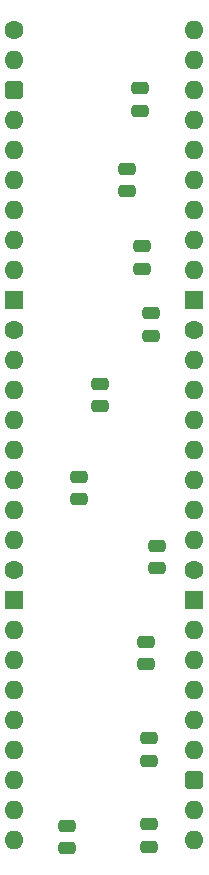
<source format=gbr>
%TF.GenerationSoftware,KiCad,Pcbnew,7.0.5*%
%TF.CreationDate,2024-01-10T17:52:14+02:00*%
%TF.ProjectId,HCP65 MPU Address Decode,48435036-3520-44d5-9055-204164647265,rev?*%
%TF.SameCoordinates,Original*%
%TF.FileFunction,Soldermask,Bot*%
%TF.FilePolarity,Negative*%
%FSLAX46Y46*%
G04 Gerber Fmt 4.6, Leading zero omitted, Abs format (unit mm)*
G04 Created by KiCad (PCBNEW 7.0.5) date 2024-01-10 17:52:14*
%MOMM*%
%LPD*%
G01*
G04 APERTURE LIST*
G04 Aperture macros list*
%AMRoundRect*
0 Rectangle with rounded corners*
0 $1 Rounding radius*
0 $2 $3 $4 $5 $6 $7 $8 $9 X,Y pos of 4 corners*
0 Add a 4 corners polygon primitive as box body*
4,1,4,$2,$3,$4,$5,$6,$7,$8,$9,$2,$3,0*
0 Add four circle primitives for the rounded corners*
1,1,$1+$1,$2,$3*
1,1,$1+$1,$4,$5*
1,1,$1+$1,$6,$7*
1,1,$1+$1,$8,$9*
0 Add four rect primitives between the rounded corners*
20,1,$1+$1,$2,$3,$4,$5,0*
20,1,$1+$1,$4,$5,$6,$7,0*
20,1,$1+$1,$6,$7,$8,$9,0*
20,1,$1+$1,$8,$9,$2,$3,0*%
G04 Aperture macros list end*
%ADD10C,1.600000*%
%ADD11O,1.600000X1.600000*%
%ADD12RoundRect,0.400000X-0.400000X-0.400000X0.400000X-0.400000X0.400000X0.400000X-0.400000X0.400000X0*%
%ADD13R,1.600000X1.600000*%
%ADD14RoundRect,0.250000X0.475000X-0.250000X0.475000X0.250000X-0.475000X0.250000X-0.475000X-0.250000X0*%
%ADD15RoundRect,0.250000X-0.475000X0.250000X-0.475000X-0.250000X0.475000X-0.250000X0.475000X0.250000X0*%
G04 APERTURE END LIST*
D10*
%TO.C,J2*%
X86360000Y-71120000D03*
D11*
X86360000Y-73660000D03*
D12*
X86360000Y-76200000D03*
D11*
X86360000Y-78740000D03*
X86360000Y-81280000D03*
X86360000Y-83820000D03*
X86360000Y-86360000D03*
X86360000Y-88900000D03*
X86360000Y-91440000D03*
D13*
X86360000Y-93980000D03*
D10*
X86360000Y-96520000D03*
D11*
X86360000Y-99060000D03*
X86360000Y-101600000D03*
X86360000Y-104140000D03*
X86360000Y-106680000D03*
X86360000Y-109220000D03*
X86360000Y-111760000D03*
X86360000Y-114300000D03*
D10*
X86360000Y-116840000D03*
D13*
X86360000Y-119380000D03*
D11*
X86360000Y-121920000D03*
X86360000Y-124460000D03*
X86360000Y-127000000D03*
X86360000Y-129540000D03*
X86360000Y-132080000D03*
X86360000Y-134620000D03*
X86360000Y-137160000D03*
X86360000Y-139700000D03*
X101600000Y-139700000D03*
X101600000Y-137160000D03*
D12*
X101600000Y-134620000D03*
D11*
X101600000Y-132080000D03*
X101600000Y-129540000D03*
X101600000Y-127000000D03*
X101600000Y-124460000D03*
X101600000Y-121920000D03*
D13*
X101600000Y-119380000D03*
D10*
X101600000Y-116840000D03*
D11*
X101600000Y-114300000D03*
X101600000Y-111760000D03*
X101600000Y-109220000D03*
X101600000Y-106680000D03*
X101600000Y-104140000D03*
X101600000Y-101600000D03*
X101600000Y-99060000D03*
D10*
X101600000Y-96520000D03*
D13*
X101600000Y-93980000D03*
D11*
X101600000Y-91440000D03*
X101600000Y-88900000D03*
X101600000Y-86360000D03*
X101600000Y-83820000D03*
X101600000Y-81280000D03*
X101600000Y-78740000D03*
X101600000Y-76200000D03*
X101600000Y-73660000D03*
X101600000Y-71120000D03*
%TD*%
D14*
%TO.C,C45*%
X90805000Y-140380000D03*
X90805000Y-138480000D03*
%TD*%
D15*
%TO.C,C34*%
X91821000Y-108921000D03*
X91821000Y-110821000D03*
%TD*%
%TO.C,C33*%
X97028000Y-76028000D03*
X97028000Y-77928000D03*
%TD*%
D14*
%TO.C,C46*%
X97760000Y-140253000D03*
X97760000Y-138353000D03*
%TD*%
D15*
%TO.C,C40*%
X97536000Y-122891000D03*
X97536000Y-124791000D03*
%TD*%
%TO.C,C36*%
X97155000Y-89421563D03*
X97155000Y-91321563D03*
%TD*%
%TO.C,C35*%
X93599000Y-101047000D03*
X93599000Y-102947000D03*
%TD*%
%TO.C,C38*%
X98425000Y-114763000D03*
X98425000Y-116663000D03*
%TD*%
%TO.C,C39*%
X97790000Y-131054750D03*
X97790000Y-132954750D03*
%TD*%
%TO.C,C31*%
X97917000Y-95078000D03*
X97917000Y-96978000D03*
%TD*%
D14*
%TO.C,C32*%
X95885000Y-84754000D03*
X95885000Y-82854000D03*
%TD*%
M02*

</source>
